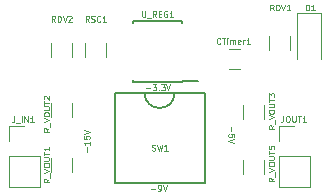
<source format=gbr>
G04 #@! TF.FileFunction,Legend,Top*
%FSLAX46Y46*%
G04 Gerber Fmt 4.6, Leading zero omitted, Abs format (unit mm)*
G04 Created by KiCad (PCBNEW 4.0.7) date Monday, 25 June 2018 'AMt' 00:00:04*
%MOMM*%
%LPD*%
G01*
G04 APERTURE LIST*
%ADD10C,0.100000*%
%ADD11C,0.050000*%
%ADD12C,0.150000*%
%ADD13C,0.120000*%
%ADD14C,0.025000*%
G04 APERTURE END LIST*
D10*
D11*
X124089314Y-73931351D02*
X124089314Y-73550399D01*
X124279790Y-73050399D02*
X124279790Y-73336113D01*
X124279790Y-73193256D02*
X123779790Y-73193256D01*
X123851219Y-73240875D01*
X123898838Y-73288494D01*
X123922648Y-73336113D01*
X123779790Y-72598018D02*
X123779790Y-72836113D01*
X124017886Y-72859923D01*
X123994076Y-72836113D01*
X123970267Y-72788494D01*
X123970267Y-72669447D01*
X123994076Y-72621828D01*
X124017886Y-72598018D01*
X124065505Y-72574209D01*
X124184552Y-72574209D01*
X124232171Y-72598018D01*
X124255981Y-72621828D01*
X124279790Y-72669447D01*
X124279790Y-72788494D01*
X124255981Y-72836113D01*
X124232171Y-72859923D01*
X123779790Y-72431352D02*
X124279790Y-72264685D01*
X123779790Y-72098019D01*
X129455944Y-77048514D02*
X129836896Y-77048514D01*
X130098801Y-77238990D02*
X130194039Y-77238990D01*
X130241658Y-77215181D01*
X130265468Y-77191371D01*
X130313087Y-77119943D01*
X130336896Y-77024705D01*
X130336896Y-76834229D01*
X130313087Y-76786610D01*
X130289277Y-76762800D01*
X130241658Y-76738990D01*
X130146420Y-76738990D01*
X130098801Y-76762800D01*
X130074992Y-76786610D01*
X130051182Y-76834229D01*
X130051182Y-76953276D01*
X130074992Y-77000895D01*
X130098801Y-77024705D01*
X130146420Y-77048514D01*
X130241658Y-77048514D01*
X130289277Y-77024705D01*
X130313087Y-77000895D01*
X130336896Y-76953276D01*
X130479753Y-76738990D02*
X130646420Y-77238990D01*
X130813086Y-76738990D01*
X136209886Y-71797944D02*
X136209886Y-72178896D01*
X136519410Y-72655087D02*
X136519410Y-72416992D01*
X136281314Y-72393182D01*
X136305124Y-72416992D01*
X136328933Y-72464611D01*
X136328933Y-72583658D01*
X136305124Y-72631277D01*
X136281314Y-72655087D01*
X136233695Y-72678896D01*
X136114648Y-72678896D01*
X136067029Y-72655087D01*
X136043219Y-72631277D01*
X136019410Y-72583658D01*
X136019410Y-72464611D01*
X136043219Y-72416992D01*
X136067029Y-72393182D01*
X136519410Y-72821753D02*
X136019410Y-72988420D01*
X136519410Y-73155086D01*
X129048001Y-68514114D02*
X129428953Y-68514114D01*
X129619430Y-68204590D02*
X129928953Y-68204590D01*
X129762287Y-68395067D01*
X129833715Y-68395067D01*
X129881334Y-68418876D01*
X129905144Y-68442686D01*
X129928953Y-68490305D01*
X129928953Y-68609352D01*
X129905144Y-68656971D01*
X129881334Y-68680781D01*
X129833715Y-68704590D01*
X129690858Y-68704590D01*
X129643239Y-68680781D01*
X129619430Y-68656971D01*
X130143239Y-68656971D02*
X130167048Y-68680781D01*
X130143239Y-68704590D01*
X130119429Y-68680781D01*
X130143239Y-68656971D01*
X130143239Y-68704590D01*
X130333715Y-68204590D02*
X130643238Y-68204590D01*
X130476572Y-68395067D01*
X130548000Y-68395067D01*
X130595619Y-68418876D01*
X130619429Y-68442686D01*
X130643238Y-68490305D01*
X130643238Y-68609352D01*
X130619429Y-68656971D01*
X130595619Y-68680781D01*
X130548000Y-68704590D01*
X130405143Y-68704590D01*
X130357524Y-68680781D01*
X130333715Y-68656971D01*
X130786095Y-68204590D02*
X130952762Y-68704590D01*
X131119428Y-68204590D01*
D12*
X132090000Y-67980000D02*
X132090000Y-67930000D01*
X127940000Y-67980000D02*
X127940000Y-67835000D01*
X127940000Y-62830000D02*
X127940000Y-62975000D01*
X132090000Y-62830000D02*
X132090000Y-62975000D01*
X132090000Y-67980000D02*
X127940000Y-67980000D01*
X132090000Y-62830000D02*
X127940000Y-62830000D01*
X132090000Y-67930000D02*
X133490000Y-67930000D01*
D13*
X136045000Y-66890000D02*
X137045000Y-66890000D01*
X137045000Y-65190000D02*
X136045000Y-65190000D01*
X143875000Y-62140000D02*
X141875000Y-62140000D01*
X141875000Y-62140000D02*
X141875000Y-66040000D01*
X143875000Y-62140000D02*
X143875000Y-66040000D01*
X140275000Y-76895000D02*
X142935000Y-76895000D01*
X140275000Y-74295000D02*
X140275000Y-76895000D01*
X142935000Y-74295000D02*
X142935000Y-76895000D01*
X140275000Y-74295000D02*
X142935000Y-74295000D01*
X140275000Y-73025000D02*
X140275000Y-71695000D01*
X140275000Y-71695000D02*
X141605000Y-71695000D01*
X117415000Y-76895000D02*
X120075000Y-76895000D01*
X117415000Y-74295000D02*
X117415000Y-76895000D01*
X120075000Y-74295000D02*
X120075000Y-76895000D01*
X117415000Y-74295000D02*
X120075000Y-74295000D01*
X117415000Y-73025000D02*
X117415000Y-71695000D01*
X117415000Y-71695000D02*
X118745000Y-71695000D01*
X139455000Y-65290000D02*
X139455000Y-64090000D01*
X141215000Y-64090000D02*
X141215000Y-65290000D01*
X121040000Y-65925000D02*
X121040000Y-64725000D01*
X122800000Y-64725000D02*
X122800000Y-65925000D01*
X125644800Y-64725000D02*
X125644800Y-65925000D01*
X123884800Y-65925000D02*
X123884800Y-64725000D01*
X122800000Y-74410000D02*
X122800000Y-75610000D01*
X121040000Y-75610000D02*
X121040000Y-74410000D01*
X121040000Y-70958000D02*
X121040000Y-69758000D01*
X122800000Y-69758000D02*
X122800000Y-70958000D01*
X137296000Y-71132000D02*
X137296000Y-69932000D01*
X139056000Y-69932000D02*
X139056000Y-71132000D01*
X139056000Y-74584000D02*
X139056000Y-75784000D01*
X137296000Y-75784000D02*
X137296000Y-74584000D01*
D12*
X128930400Y-68935600D02*
G75*
G03X131470400Y-68935600I1270000J0D01*
G01*
X126390400Y-76555600D02*
X126390400Y-68935600D01*
X134010400Y-76555600D02*
X126390400Y-76555600D01*
X134010400Y-68935600D02*
X134010400Y-76555600D01*
X126390400Y-68935600D02*
X134010400Y-68935600D01*
D14*
X128717382Y-62006990D02*
X128717382Y-62411752D01*
X128741191Y-62459371D01*
X128765001Y-62483181D01*
X128812620Y-62506990D01*
X128907858Y-62506990D01*
X128955477Y-62483181D01*
X128979286Y-62459371D01*
X129003096Y-62411752D01*
X129003096Y-62006990D01*
X129122144Y-62554610D02*
X129503096Y-62554610D01*
X129907858Y-62506990D02*
X129741191Y-62268895D01*
X129622144Y-62506990D02*
X129622144Y-62006990D01*
X129812620Y-62006990D01*
X129860239Y-62030800D01*
X129884048Y-62054610D01*
X129907858Y-62102229D01*
X129907858Y-62173657D01*
X129884048Y-62221276D01*
X129860239Y-62245086D01*
X129812620Y-62268895D01*
X129622144Y-62268895D01*
X130122144Y-62245086D02*
X130288810Y-62245086D01*
X130360239Y-62506990D02*
X130122144Y-62506990D01*
X130122144Y-62006990D01*
X130360239Y-62006990D01*
X130836429Y-62030800D02*
X130788810Y-62006990D01*
X130717382Y-62006990D01*
X130645953Y-62030800D01*
X130598334Y-62078419D01*
X130574525Y-62126038D01*
X130550715Y-62221276D01*
X130550715Y-62292705D01*
X130574525Y-62387943D01*
X130598334Y-62435562D01*
X130645953Y-62483181D01*
X130717382Y-62506990D01*
X130765001Y-62506990D01*
X130836429Y-62483181D01*
X130860239Y-62459371D01*
X130860239Y-62292705D01*
X130765001Y-62292705D01*
X131336429Y-62506990D02*
X131050715Y-62506990D01*
X131193572Y-62506990D02*
X131193572Y-62006990D01*
X131145953Y-62078419D01*
X131098334Y-62126038D01*
X131050715Y-62149848D01*
X135353563Y-64745371D02*
X135329753Y-64769181D01*
X135258325Y-64792990D01*
X135210706Y-64792990D01*
X135139277Y-64769181D01*
X135091658Y-64721562D01*
X135067849Y-64673943D01*
X135044039Y-64578705D01*
X135044039Y-64507276D01*
X135067849Y-64412038D01*
X135091658Y-64364419D01*
X135139277Y-64316800D01*
X135210706Y-64292990D01*
X135258325Y-64292990D01*
X135329753Y-64316800D01*
X135353563Y-64340610D01*
X135496420Y-64292990D02*
X135782134Y-64292990D01*
X135639277Y-64792990D02*
X135639277Y-64292990D01*
X135948801Y-64792990D02*
X135948801Y-64459657D01*
X135948801Y-64292990D02*
X135924991Y-64316800D01*
X135948801Y-64340610D01*
X135972610Y-64316800D01*
X135948801Y-64292990D01*
X135948801Y-64340610D01*
X136186896Y-64792990D02*
X136186896Y-64459657D01*
X136186896Y-64507276D02*
X136210705Y-64483467D01*
X136258324Y-64459657D01*
X136329753Y-64459657D01*
X136377372Y-64483467D01*
X136401181Y-64531086D01*
X136401181Y-64792990D01*
X136401181Y-64531086D02*
X136424991Y-64483467D01*
X136472610Y-64459657D01*
X136544038Y-64459657D01*
X136591658Y-64483467D01*
X136615467Y-64531086D01*
X136615467Y-64792990D01*
X137044039Y-64769181D02*
X136996420Y-64792990D01*
X136901182Y-64792990D01*
X136853563Y-64769181D01*
X136829753Y-64721562D01*
X136829753Y-64531086D01*
X136853563Y-64483467D01*
X136901182Y-64459657D01*
X136996420Y-64459657D01*
X137044039Y-64483467D01*
X137067848Y-64531086D01*
X137067848Y-64578705D01*
X136829753Y-64626324D01*
X137282134Y-64792990D02*
X137282134Y-64459657D01*
X137282134Y-64554895D02*
X137305943Y-64507276D01*
X137329753Y-64483467D01*
X137377372Y-64459657D01*
X137424991Y-64459657D01*
X137853562Y-64792990D02*
X137567848Y-64792990D01*
X137710705Y-64792990D02*
X137710705Y-64292990D01*
X137663086Y-64364419D01*
X137615467Y-64412038D01*
X137567848Y-64435848D01*
X142582153Y-61948190D02*
X142582153Y-61448190D01*
X142701200Y-61448190D01*
X142772629Y-61472000D01*
X142820248Y-61519619D01*
X142844057Y-61567238D01*
X142867867Y-61662476D01*
X142867867Y-61733905D01*
X142844057Y-61829143D01*
X142820248Y-61876762D01*
X142772629Y-61924381D01*
X142701200Y-61948190D01*
X142582153Y-61948190D01*
X143344057Y-61948190D02*
X143058343Y-61948190D01*
X143201200Y-61948190D02*
X143201200Y-61448190D01*
X143153581Y-61519619D01*
X143105962Y-61567238D01*
X143058343Y-61591048D01*
X140673248Y-70896990D02*
X140673248Y-71254133D01*
X140649438Y-71325562D01*
X140601819Y-71373181D01*
X140530391Y-71396990D01*
X140482772Y-71396990D01*
X141006581Y-70896990D02*
X141101819Y-70896990D01*
X141149438Y-70920800D01*
X141197057Y-70968419D01*
X141220866Y-71063657D01*
X141220866Y-71230324D01*
X141197057Y-71325562D01*
X141149438Y-71373181D01*
X141101819Y-71396990D01*
X141006581Y-71396990D01*
X140958962Y-71373181D01*
X140911343Y-71325562D01*
X140887533Y-71230324D01*
X140887533Y-71063657D01*
X140911343Y-70968419D01*
X140958962Y-70920800D01*
X141006581Y-70896990D01*
X141435153Y-70896990D02*
X141435153Y-71301752D01*
X141458962Y-71349371D01*
X141482772Y-71373181D01*
X141530391Y-71396990D01*
X141625629Y-71396990D01*
X141673248Y-71373181D01*
X141697057Y-71349371D01*
X141720867Y-71301752D01*
X141720867Y-70896990D01*
X141887534Y-70896990D02*
X142173248Y-70896990D01*
X142030391Y-71396990D02*
X142030391Y-70896990D01*
X142601819Y-71396990D02*
X142316105Y-71396990D01*
X142458962Y-71396990D02*
X142458962Y-70896990D01*
X142411343Y-70968419D01*
X142363724Y-71016038D01*
X142316105Y-71039848D01*
X117905306Y-70896990D02*
X117905306Y-71254133D01*
X117881496Y-71325562D01*
X117833877Y-71373181D01*
X117762449Y-71396990D01*
X117714830Y-71396990D01*
X118024353Y-71444610D02*
X118405305Y-71444610D01*
X118524353Y-71396990D02*
X118524353Y-70896990D01*
X118762448Y-71396990D02*
X118762448Y-70896990D01*
X119048162Y-71396990D01*
X119048162Y-70896990D01*
X119548162Y-71396990D02*
X119262448Y-71396990D01*
X119405305Y-71396990D02*
X119405305Y-70896990D01*
X119357686Y-70968419D01*
X119310067Y-71016038D01*
X119262448Y-71039848D01*
X139863582Y-61948190D02*
X139696915Y-61710095D01*
X139577868Y-61948190D02*
X139577868Y-61448190D01*
X139768344Y-61448190D01*
X139815963Y-61472000D01*
X139839772Y-61495810D01*
X139863582Y-61543429D01*
X139863582Y-61614857D01*
X139839772Y-61662476D01*
X139815963Y-61686286D01*
X139768344Y-61710095D01*
X139577868Y-61710095D01*
X140077868Y-61948190D02*
X140077868Y-61448190D01*
X140196915Y-61448190D01*
X140268344Y-61472000D01*
X140315963Y-61519619D01*
X140339772Y-61567238D01*
X140363582Y-61662476D01*
X140363582Y-61733905D01*
X140339772Y-61829143D01*
X140315963Y-61876762D01*
X140268344Y-61924381D01*
X140196915Y-61948190D01*
X140077868Y-61948190D01*
X140506439Y-61448190D02*
X140673106Y-61948190D01*
X140839772Y-61448190D01*
X141268343Y-61948190D02*
X140982629Y-61948190D01*
X141125486Y-61948190D02*
X141125486Y-61448190D01*
X141077867Y-61519619D01*
X141030248Y-61567238D01*
X140982629Y-61591048D01*
X121346982Y-62913390D02*
X121180315Y-62675295D01*
X121061268Y-62913390D02*
X121061268Y-62413390D01*
X121251744Y-62413390D01*
X121299363Y-62437200D01*
X121323172Y-62461010D01*
X121346982Y-62508629D01*
X121346982Y-62580057D01*
X121323172Y-62627676D01*
X121299363Y-62651486D01*
X121251744Y-62675295D01*
X121061268Y-62675295D01*
X121561268Y-62913390D02*
X121561268Y-62413390D01*
X121680315Y-62413390D01*
X121751744Y-62437200D01*
X121799363Y-62484819D01*
X121823172Y-62532438D01*
X121846982Y-62627676D01*
X121846982Y-62699105D01*
X121823172Y-62794343D01*
X121799363Y-62841962D01*
X121751744Y-62889581D01*
X121680315Y-62913390D01*
X121561268Y-62913390D01*
X121989839Y-62413390D02*
X122156506Y-62913390D01*
X122323172Y-62413390D01*
X122466029Y-62461010D02*
X122489839Y-62437200D01*
X122537458Y-62413390D01*
X122656505Y-62413390D01*
X122704124Y-62437200D01*
X122727934Y-62461010D01*
X122751743Y-62508629D01*
X122751743Y-62556248D01*
X122727934Y-62627676D01*
X122442220Y-62913390D01*
X122751743Y-62913390D01*
X124218772Y-62913390D02*
X124052105Y-62675295D01*
X123933058Y-62913390D02*
X123933058Y-62413390D01*
X124123534Y-62413390D01*
X124171153Y-62437200D01*
X124194962Y-62461010D01*
X124218772Y-62508629D01*
X124218772Y-62580057D01*
X124194962Y-62627676D01*
X124171153Y-62651486D01*
X124123534Y-62675295D01*
X123933058Y-62675295D01*
X124409248Y-62889581D02*
X124480677Y-62913390D01*
X124599724Y-62913390D01*
X124647343Y-62889581D01*
X124671153Y-62865771D01*
X124694962Y-62818152D01*
X124694962Y-62770533D01*
X124671153Y-62722914D01*
X124647343Y-62699105D01*
X124599724Y-62675295D01*
X124504486Y-62651486D01*
X124456867Y-62627676D01*
X124433058Y-62603867D01*
X124409248Y-62556248D01*
X124409248Y-62508629D01*
X124433058Y-62461010D01*
X124456867Y-62437200D01*
X124504486Y-62413390D01*
X124623534Y-62413390D01*
X124694962Y-62437200D01*
X125194962Y-62865771D02*
X125171152Y-62889581D01*
X125099724Y-62913390D01*
X125052105Y-62913390D01*
X124980676Y-62889581D01*
X124933057Y-62841962D01*
X124909248Y-62794343D01*
X124885438Y-62699105D01*
X124885438Y-62627676D01*
X124909248Y-62532438D01*
X124933057Y-62484819D01*
X124980676Y-62437200D01*
X125052105Y-62413390D01*
X125099724Y-62413390D01*
X125171152Y-62437200D01*
X125194962Y-62461010D01*
X125671152Y-62913390D02*
X125385438Y-62913390D01*
X125528295Y-62913390D02*
X125528295Y-62413390D01*
X125480676Y-62484819D01*
X125433057Y-62532438D01*
X125385438Y-62556248D01*
X120876190Y-76212380D02*
X120638095Y-76379047D01*
X120876190Y-76498094D02*
X120376190Y-76498094D01*
X120376190Y-76307618D01*
X120400000Y-76259999D01*
X120423810Y-76236190D01*
X120471429Y-76212380D01*
X120542857Y-76212380D01*
X120590476Y-76236190D01*
X120614286Y-76259999D01*
X120638095Y-76307618D01*
X120638095Y-76498094D01*
X120923810Y-76117142D02*
X120923810Y-75736190D01*
X120376190Y-75688571D02*
X120876190Y-75521904D01*
X120376190Y-75355238D01*
X120376190Y-75093333D02*
X120376190Y-74998095D01*
X120400000Y-74950476D01*
X120447619Y-74902857D01*
X120542857Y-74879048D01*
X120709524Y-74879048D01*
X120804762Y-74902857D01*
X120852381Y-74950476D01*
X120876190Y-74998095D01*
X120876190Y-75093333D01*
X120852381Y-75140952D01*
X120804762Y-75188571D01*
X120709524Y-75212381D01*
X120542857Y-75212381D01*
X120447619Y-75188571D01*
X120400000Y-75140952D01*
X120376190Y-75093333D01*
X120376190Y-74664761D02*
X120780952Y-74664761D01*
X120828571Y-74640952D01*
X120852381Y-74617142D01*
X120876190Y-74569523D01*
X120876190Y-74474285D01*
X120852381Y-74426666D01*
X120828571Y-74402857D01*
X120780952Y-74379047D01*
X120376190Y-74379047D01*
X120376190Y-74212380D02*
X120376190Y-73926666D01*
X120876190Y-74069523D02*
X120376190Y-74069523D01*
X120876190Y-73498095D02*
X120876190Y-73783809D01*
X120876190Y-73640952D02*
X120376190Y-73640952D01*
X120447619Y-73688571D01*
X120495238Y-73736190D01*
X120519048Y-73783809D01*
X120876190Y-71915980D02*
X120638095Y-72082647D01*
X120876190Y-72201694D02*
X120376190Y-72201694D01*
X120376190Y-72011218D01*
X120400000Y-71963599D01*
X120423810Y-71939790D01*
X120471429Y-71915980D01*
X120542857Y-71915980D01*
X120590476Y-71939790D01*
X120614286Y-71963599D01*
X120638095Y-72011218D01*
X120638095Y-72201694D01*
X120923810Y-71820742D02*
X120923810Y-71439790D01*
X120376190Y-71392171D02*
X120876190Y-71225504D01*
X120376190Y-71058838D01*
X120376190Y-70796933D02*
X120376190Y-70701695D01*
X120400000Y-70654076D01*
X120447619Y-70606457D01*
X120542857Y-70582648D01*
X120709524Y-70582648D01*
X120804762Y-70606457D01*
X120852381Y-70654076D01*
X120876190Y-70701695D01*
X120876190Y-70796933D01*
X120852381Y-70844552D01*
X120804762Y-70892171D01*
X120709524Y-70915981D01*
X120542857Y-70915981D01*
X120447619Y-70892171D01*
X120400000Y-70844552D01*
X120376190Y-70796933D01*
X120376190Y-70368361D02*
X120780952Y-70368361D01*
X120828571Y-70344552D01*
X120852381Y-70320742D01*
X120876190Y-70273123D01*
X120876190Y-70177885D01*
X120852381Y-70130266D01*
X120828571Y-70106457D01*
X120780952Y-70082647D01*
X120376190Y-70082647D01*
X120376190Y-69915980D02*
X120376190Y-69630266D01*
X120876190Y-69773123D02*
X120376190Y-69773123D01*
X120423810Y-69487409D02*
X120400000Y-69463599D01*
X120376190Y-69415980D01*
X120376190Y-69296933D01*
X120400000Y-69249314D01*
X120423810Y-69225504D01*
X120471429Y-69201695D01*
X120519048Y-69201695D01*
X120590476Y-69225504D01*
X120876190Y-69511218D01*
X120876190Y-69201695D01*
X139926190Y-71687380D02*
X139688095Y-71854047D01*
X139926190Y-71973094D02*
X139426190Y-71973094D01*
X139426190Y-71782618D01*
X139450000Y-71734999D01*
X139473810Y-71711190D01*
X139521429Y-71687380D01*
X139592857Y-71687380D01*
X139640476Y-71711190D01*
X139664286Y-71734999D01*
X139688095Y-71782618D01*
X139688095Y-71973094D01*
X139973810Y-71592142D02*
X139973810Y-71211190D01*
X139426190Y-71163571D02*
X139926190Y-70996904D01*
X139426190Y-70830238D01*
X139426190Y-70568333D02*
X139426190Y-70473095D01*
X139450000Y-70425476D01*
X139497619Y-70377857D01*
X139592857Y-70354048D01*
X139759524Y-70354048D01*
X139854762Y-70377857D01*
X139902381Y-70425476D01*
X139926190Y-70473095D01*
X139926190Y-70568333D01*
X139902381Y-70615952D01*
X139854762Y-70663571D01*
X139759524Y-70687381D01*
X139592857Y-70687381D01*
X139497619Y-70663571D01*
X139450000Y-70615952D01*
X139426190Y-70568333D01*
X139426190Y-70139761D02*
X139830952Y-70139761D01*
X139878571Y-70115952D01*
X139902381Y-70092142D01*
X139926190Y-70044523D01*
X139926190Y-69949285D01*
X139902381Y-69901666D01*
X139878571Y-69877857D01*
X139830952Y-69854047D01*
X139426190Y-69854047D01*
X139426190Y-69687380D02*
X139426190Y-69401666D01*
X139926190Y-69544523D02*
X139426190Y-69544523D01*
X139426190Y-69282618D02*
X139426190Y-68973095D01*
X139616667Y-69139761D01*
X139616667Y-69068333D01*
X139640476Y-69020714D01*
X139664286Y-68996904D01*
X139711905Y-68973095D01*
X139830952Y-68973095D01*
X139878571Y-68996904D01*
X139902381Y-69020714D01*
X139926190Y-69068333D01*
X139926190Y-69211190D01*
X139902381Y-69258809D01*
X139878571Y-69282618D01*
X139926190Y-76132380D02*
X139688095Y-76299047D01*
X139926190Y-76418094D02*
X139426190Y-76418094D01*
X139426190Y-76227618D01*
X139450000Y-76179999D01*
X139473810Y-76156190D01*
X139521429Y-76132380D01*
X139592857Y-76132380D01*
X139640476Y-76156190D01*
X139664286Y-76179999D01*
X139688095Y-76227618D01*
X139688095Y-76418094D01*
X139973810Y-76037142D02*
X139973810Y-75656190D01*
X139426190Y-75608571D02*
X139926190Y-75441904D01*
X139426190Y-75275238D01*
X139426190Y-75013333D02*
X139426190Y-74918095D01*
X139450000Y-74870476D01*
X139497619Y-74822857D01*
X139592857Y-74799048D01*
X139759524Y-74799048D01*
X139854762Y-74822857D01*
X139902381Y-74870476D01*
X139926190Y-74918095D01*
X139926190Y-75013333D01*
X139902381Y-75060952D01*
X139854762Y-75108571D01*
X139759524Y-75132381D01*
X139592857Y-75132381D01*
X139497619Y-75108571D01*
X139450000Y-75060952D01*
X139426190Y-75013333D01*
X139426190Y-74584761D02*
X139830952Y-74584761D01*
X139878571Y-74560952D01*
X139902381Y-74537142D01*
X139926190Y-74489523D01*
X139926190Y-74394285D01*
X139902381Y-74346666D01*
X139878571Y-74322857D01*
X139830952Y-74299047D01*
X139426190Y-74299047D01*
X139426190Y-74132380D02*
X139426190Y-73846666D01*
X139926190Y-73989523D02*
X139426190Y-73989523D01*
X139426190Y-73441904D02*
X139426190Y-73679999D01*
X139664286Y-73703809D01*
X139640476Y-73679999D01*
X139616667Y-73632380D01*
X139616667Y-73513333D01*
X139640476Y-73465714D01*
X139664286Y-73441904D01*
X139711905Y-73418095D01*
X139830952Y-73418095D01*
X139878571Y-73441904D01*
X139902381Y-73465714D01*
X139926190Y-73513333D01*
X139926190Y-73632380D01*
X139902381Y-73679999D01*
X139878571Y-73703809D01*
X129559134Y-73786181D02*
X129630563Y-73809990D01*
X129749610Y-73809990D01*
X129797229Y-73786181D01*
X129821039Y-73762371D01*
X129844848Y-73714752D01*
X129844848Y-73667133D01*
X129821039Y-73619514D01*
X129797229Y-73595705D01*
X129749610Y-73571895D01*
X129654372Y-73548086D01*
X129606753Y-73524276D01*
X129582944Y-73500467D01*
X129559134Y-73452848D01*
X129559134Y-73405229D01*
X129582944Y-73357610D01*
X129606753Y-73333800D01*
X129654372Y-73309990D01*
X129773420Y-73309990D01*
X129844848Y-73333800D01*
X130011515Y-73309990D02*
X130130562Y-73809990D01*
X130225800Y-73452848D01*
X130321038Y-73809990D01*
X130440086Y-73309990D01*
X130892467Y-73809990D02*
X130606753Y-73809990D01*
X130749610Y-73809990D02*
X130749610Y-73309990D01*
X130701991Y-73381419D01*
X130654372Y-73429038D01*
X130606753Y-73452848D01*
M02*

</source>
